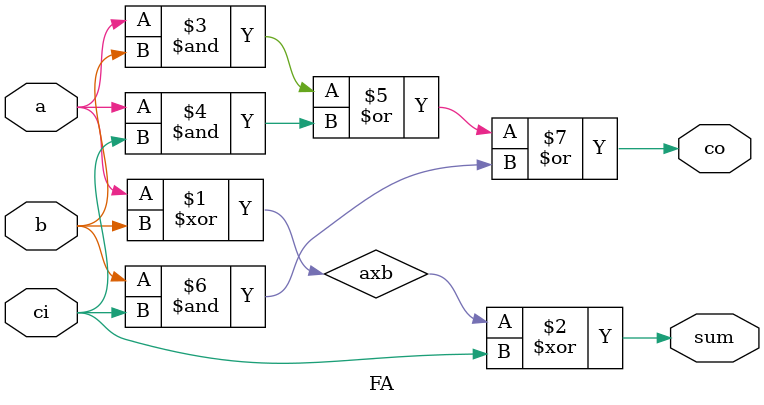
<source format=v>
`timescale 1ns/10ps
module FA(a, b, ci, sum, co);

  input   a, b, ci;
  output  sum, co;
  wire axb;
  
  assign axb = a^b;
  assign sum = axb ^ ci;
  assign co = (a&b) | (a&ci) | (b&ci);// FILL HERE

 
endmodule

</source>
